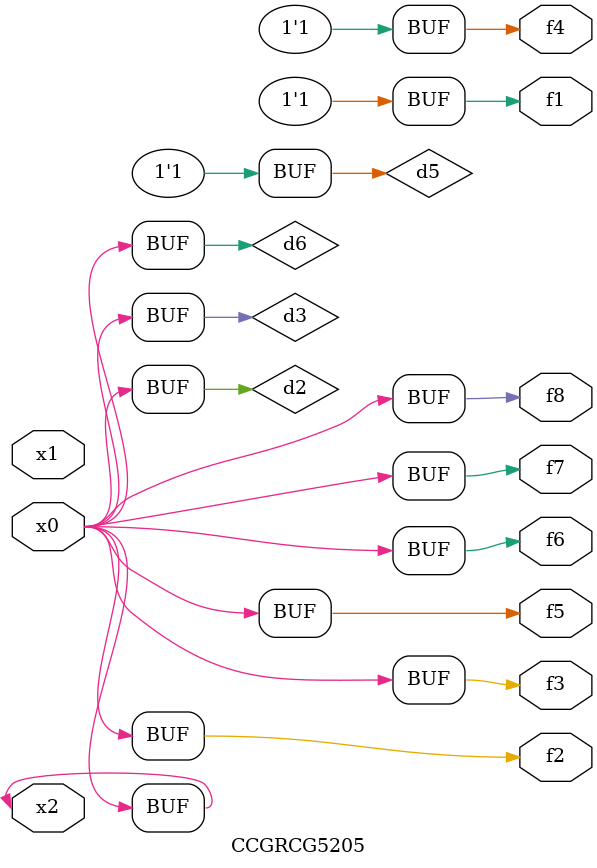
<source format=v>
module CCGRCG5205(
	input x0, x1, x2,
	output f1, f2, f3, f4, f5, f6, f7, f8
);

	wire d1, d2, d3, d4, d5, d6;

	xnor (d1, x2);
	buf (d2, x0, x2);
	and (d3, x0);
	xnor (d4, x1, x2);
	nand (d5, d1, d3);
	buf (d6, d2, d3);
	assign f1 = d5;
	assign f2 = d6;
	assign f3 = d6;
	assign f4 = d5;
	assign f5 = d6;
	assign f6 = d6;
	assign f7 = d6;
	assign f8 = d6;
endmodule

</source>
